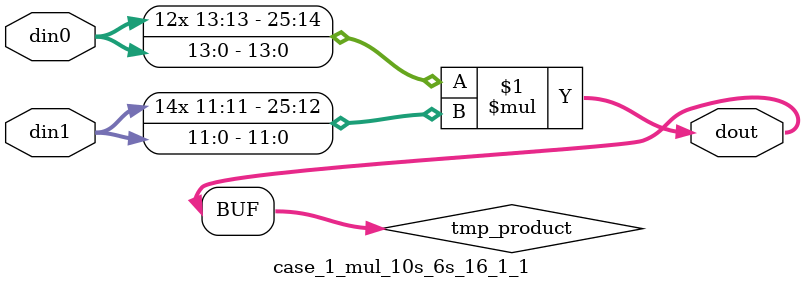
<source format=v>

`timescale 1 ns / 1 ps

 (* use_dsp = "no" *)  module case_1_mul_10s_6s_16_1_1(din0, din1, dout);
parameter ID = 1;
parameter NUM_STAGE = 0;
parameter din0_WIDTH = 14;
parameter din1_WIDTH = 12;
parameter dout_WIDTH = 26;

input [din0_WIDTH - 1 : 0] din0; 
input [din1_WIDTH - 1 : 0] din1; 
output [dout_WIDTH - 1 : 0] dout;

wire signed [dout_WIDTH - 1 : 0] tmp_product;



























assign tmp_product = $signed(din0) * $signed(din1);








assign dout = tmp_product;





















endmodule

</source>
